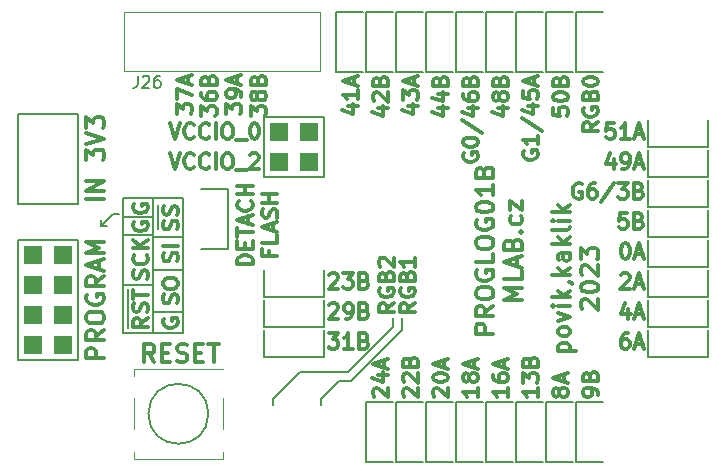
<source format=gbr>
%TF.GenerationSoftware,KiCad,Pcbnew,6.0.11+dfsg-1~bpo11+1*%
%TF.CreationDate,2023-07-05T00:35:24+00:00*%
%TF.ProjectId,PROGLOG01,50524f47-4c4f-4473-9031-2e6b69636164,B*%
%TF.SameCoordinates,Original*%
%TF.FileFunction,Legend,Top*%
%TF.FilePolarity,Positive*%
%FSLAX46Y46*%
G04 Gerber Fmt 4.6, Leading zero omitted, Abs format (unit mm)*
G04 Created by KiCad (PCBNEW 6.0.11+dfsg-1~bpo11+1) date 2023-07-05 00:35:24*
%MOMM*%
%LPD*%
G01*
G04 APERTURE LIST*
%ADD10C,0.200000*%
%ADD11C,0.300000*%
%ADD12C,0.150000*%
%ADD13C,0.120000*%
%ADD14C,0.127000*%
%ADD15R,1.524000X1.524000*%
G04 APERTURE END LIST*
D10*
X169926000Y-125730000D02*
X167386000Y-125730000D01*
X190246000Y-129286000D02*
X190246000Y-128524000D01*
X182626000Y-133096000D02*
X182372000Y-133096000D01*
X186436000Y-133096000D02*
X190246000Y-129286000D01*
X182626000Y-133096000D02*
X186182000Y-133096000D01*
X172466000Y-124460000D02*
X169926000Y-124460000D01*
X172466000Y-118364000D02*
X169926000Y-118364000D01*
X169926000Y-118364000D02*
X167386000Y-118364000D01*
X167767000Y-129413000D02*
X167767000Y-126111000D01*
X186690000Y-133858000D02*
X191008000Y-129540000D01*
X191008000Y-129540000D02*
X191008000Y-128524000D01*
X169926000Y-129794000D02*
X169926000Y-118364000D01*
X170307000Y-121031000D02*
X170307000Y-118999000D01*
X186182000Y-133096000D02*
X186436000Y-133096000D01*
X185674000Y-133858000D02*
X184150000Y-135382000D01*
X167386000Y-129794000D02*
X172466000Y-129794000D01*
X169926000Y-120015000D02*
X167386000Y-120015000D01*
X172466000Y-129794000D02*
X172466000Y-118364000D01*
X165481000Y-120777000D02*
X165989000Y-120777000D01*
X166497000Y-119761000D02*
X165481000Y-120777000D01*
X182372000Y-133096000D02*
X180086000Y-135382000D01*
X184150000Y-135382000D02*
X184150000Y-135890000D01*
X165481000Y-120396000D02*
X165481000Y-120269000D01*
X166497000Y-119761000D02*
X167005000Y-119761000D01*
X165989000Y-120777000D02*
X165481000Y-120777000D01*
X167386000Y-118364000D02*
X167386000Y-129794000D01*
X180086000Y-135382000D02*
X180086000Y-135890000D01*
X172466000Y-128016000D02*
X169926000Y-128016000D01*
X185674000Y-133858000D02*
X186690000Y-133858000D01*
X172466000Y-121666000D02*
X169926000Y-121666000D01*
X165481000Y-120777000D02*
X165481000Y-120396000D01*
X169926000Y-121539000D02*
X167386000Y-121539000D01*
D11*
X199111428Y-110800523D02*
X199978095Y-110800523D01*
X198616190Y-111110047D02*
X199544761Y-111419571D01*
X199544761Y-110614809D01*
X199235238Y-109933857D02*
X199173333Y-110057666D01*
X199111428Y-110119571D01*
X198987619Y-110181476D01*
X198925714Y-110181476D01*
X198801904Y-110119571D01*
X198740000Y-110057666D01*
X198678095Y-109933857D01*
X198678095Y-109686238D01*
X198740000Y-109562428D01*
X198801904Y-109500523D01*
X198925714Y-109438619D01*
X198987619Y-109438619D01*
X199111428Y-109500523D01*
X199173333Y-109562428D01*
X199235238Y-109686238D01*
X199235238Y-109933857D01*
X199297142Y-110057666D01*
X199359047Y-110119571D01*
X199482857Y-110181476D01*
X199730476Y-110181476D01*
X199854285Y-110119571D01*
X199916190Y-110057666D01*
X199978095Y-109933857D01*
X199978095Y-109686238D01*
X199916190Y-109562428D01*
X199854285Y-109500523D01*
X199730476Y-109438619D01*
X199482857Y-109438619D01*
X199359047Y-109500523D01*
X199297142Y-109562428D01*
X199235238Y-109686238D01*
X199297142Y-108448142D02*
X199359047Y-108262428D01*
X199420952Y-108200523D01*
X199544761Y-108138619D01*
X199730476Y-108138619D01*
X199854285Y-108200523D01*
X199916190Y-108262428D01*
X199978095Y-108386238D01*
X199978095Y-108881476D01*
X198678095Y-108881476D01*
X198678095Y-108448142D01*
X198740000Y-108324333D01*
X198801904Y-108262428D01*
X198925714Y-108200523D01*
X199049523Y-108200523D01*
X199173333Y-108262428D01*
X199235238Y-108324333D01*
X199297142Y-108448142D01*
X199297142Y-108881476D01*
X204211071Y-131364857D02*
X205711071Y-131364857D01*
X204282500Y-131364857D02*
X204211071Y-131222000D01*
X204211071Y-130936285D01*
X204282500Y-130793428D01*
X204353928Y-130722000D01*
X204496785Y-130650571D01*
X204925357Y-130650571D01*
X205068214Y-130722000D01*
X205139642Y-130793428D01*
X205211071Y-130936285D01*
X205211071Y-131222000D01*
X205139642Y-131364857D01*
X205211071Y-129793428D02*
X205139642Y-129936285D01*
X205068214Y-130007714D01*
X204925357Y-130079142D01*
X204496785Y-130079142D01*
X204353928Y-130007714D01*
X204282500Y-129936285D01*
X204211071Y-129793428D01*
X204211071Y-129579142D01*
X204282500Y-129436285D01*
X204353928Y-129364857D01*
X204496785Y-129293428D01*
X204925357Y-129293428D01*
X205068214Y-129364857D01*
X205139642Y-129436285D01*
X205211071Y-129579142D01*
X205211071Y-129793428D01*
X204211071Y-128793428D02*
X205211071Y-128436285D01*
X204211071Y-128079142D01*
X205211071Y-127507714D02*
X204211071Y-127507714D01*
X203711071Y-127507714D02*
X203782500Y-127579142D01*
X203853928Y-127507714D01*
X203782500Y-127436285D01*
X203711071Y-127507714D01*
X203853928Y-127507714D01*
X205211071Y-126793428D02*
X203711071Y-126793428D01*
X204639642Y-126650571D02*
X205211071Y-126222000D01*
X204211071Y-126222000D02*
X204782500Y-126793428D01*
X205139642Y-125507714D02*
X205211071Y-125507714D01*
X205353928Y-125579142D01*
X205425357Y-125650571D01*
X205211071Y-124864857D02*
X203711071Y-124864857D01*
X204639642Y-124722000D02*
X205211071Y-124293428D01*
X204211071Y-124293428D02*
X204782500Y-124864857D01*
X205211071Y-123007714D02*
X204425357Y-123007714D01*
X204282500Y-123079142D01*
X204211071Y-123222000D01*
X204211071Y-123507714D01*
X204282500Y-123650571D01*
X205139642Y-123007714D02*
X205211071Y-123150571D01*
X205211071Y-123507714D01*
X205139642Y-123650571D01*
X204996785Y-123722000D01*
X204853928Y-123722000D01*
X204711071Y-123650571D01*
X204639642Y-123507714D01*
X204639642Y-123150571D01*
X204568214Y-123007714D01*
X205211071Y-122293428D02*
X203711071Y-122293428D01*
X204639642Y-122150571D02*
X205211071Y-121722000D01*
X204211071Y-121722000D02*
X204782500Y-122293428D01*
X205211071Y-120864857D02*
X205139642Y-121007714D01*
X204996785Y-121079142D01*
X203711071Y-121079142D01*
X205211071Y-120293428D02*
X204211071Y-120293428D01*
X203711071Y-120293428D02*
X203782500Y-120364857D01*
X203853928Y-120293428D01*
X203782500Y-120222000D01*
X203711071Y-120293428D01*
X203853928Y-120293428D01*
X205211071Y-119579142D02*
X203711071Y-119579142D01*
X204639642Y-119436285D02*
X205211071Y-119007714D01*
X204211071Y-119007714D02*
X204782500Y-119579142D01*
X206268928Y-127793428D02*
X206197500Y-127722000D01*
X206126071Y-127579142D01*
X206126071Y-127222000D01*
X206197500Y-127079142D01*
X206268928Y-127007714D01*
X206411785Y-126936285D01*
X206554642Y-126936285D01*
X206768928Y-127007714D01*
X207626071Y-127864857D01*
X207626071Y-126936285D01*
X206126071Y-126007714D02*
X206126071Y-125864857D01*
X206197500Y-125722000D01*
X206268928Y-125650571D01*
X206411785Y-125579142D01*
X206697500Y-125507714D01*
X207054642Y-125507714D01*
X207340357Y-125579142D01*
X207483214Y-125650571D01*
X207554642Y-125722000D01*
X207626071Y-125864857D01*
X207626071Y-126007714D01*
X207554642Y-126150571D01*
X207483214Y-126222000D01*
X207340357Y-126293428D01*
X207054642Y-126364857D01*
X206697500Y-126364857D01*
X206411785Y-126293428D01*
X206268928Y-126222000D01*
X206197500Y-126150571D01*
X206126071Y-126007714D01*
X206268928Y-124936285D02*
X206197500Y-124864857D01*
X206126071Y-124722000D01*
X206126071Y-124364857D01*
X206197500Y-124222000D01*
X206268928Y-124150571D01*
X206411785Y-124079142D01*
X206554642Y-124079142D01*
X206768928Y-124150571D01*
X207626071Y-125007714D01*
X207626071Y-124079142D01*
X206126071Y-123579142D02*
X206126071Y-122650571D01*
X206697500Y-123150571D01*
X206697500Y-122936285D01*
X206768928Y-122793428D01*
X206840357Y-122722000D01*
X206983214Y-122650571D01*
X207340357Y-122650571D01*
X207483214Y-122722000D01*
X207554642Y-122793428D01*
X207626071Y-122936285D01*
X207626071Y-123364857D01*
X207554642Y-123507714D01*
X207483214Y-123579142D01*
X208979095Y-112064095D02*
X208360047Y-112064095D01*
X208298142Y-112683142D01*
X208360047Y-112621238D01*
X208483857Y-112559333D01*
X208793380Y-112559333D01*
X208917190Y-112621238D01*
X208979095Y-112683142D01*
X209041000Y-112806952D01*
X209041000Y-113116476D01*
X208979095Y-113240285D01*
X208917190Y-113302190D01*
X208793380Y-113364095D01*
X208483857Y-113364095D01*
X208360047Y-113302190D01*
X208298142Y-113240285D01*
X210279095Y-113364095D02*
X209536238Y-113364095D01*
X209907666Y-113364095D02*
X209907666Y-112064095D01*
X209783857Y-112249809D01*
X209660047Y-112373619D01*
X209536238Y-112435523D01*
X210774333Y-112992666D02*
X211393380Y-112992666D01*
X210650523Y-113364095D02*
X211083857Y-112064095D01*
X211517190Y-113364095D01*
X184784714Y-129844095D02*
X185589476Y-129844095D01*
X185156142Y-130339333D01*
X185341857Y-130339333D01*
X185465666Y-130401238D01*
X185527571Y-130463142D01*
X185589476Y-130586952D01*
X185589476Y-130896476D01*
X185527571Y-131020285D01*
X185465666Y-131082190D01*
X185341857Y-131144095D01*
X184970428Y-131144095D01*
X184846619Y-131082190D01*
X184784714Y-131020285D01*
X186827571Y-131144095D02*
X186084714Y-131144095D01*
X186456142Y-131144095D02*
X186456142Y-129844095D01*
X186332333Y-130029809D01*
X186208523Y-130153619D01*
X186084714Y-130215523D01*
X187818047Y-130463142D02*
X188003761Y-130525047D01*
X188065666Y-130586952D01*
X188127571Y-130710761D01*
X188127571Y-130896476D01*
X188065666Y-131020285D01*
X188003761Y-131082190D01*
X187879952Y-131144095D01*
X187384714Y-131144095D01*
X187384714Y-129844095D01*
X187818047Y-129844095D01*
X187941857Y-129906000D01*
X188003761Y-129967904D01*
X188065666Y-130091714D01*
X188065666Y-130215523D01*
X188003761Y-130339333D01*
X187941857Y-130401238D01*
X187818047Y-130463142D01*
X187384714Y-130463142D01*
X210031476Y-119684095D02*
X209412428Y-119684095D01*
X209350523Y-120303142D01*
X209412428Y-120241238D01*
X209536238Y-120179333D01*
X209845761Y-120179333D01*
X209969571Y-120241238D01*
X210031476Y-120303142D01*
X210093380Y-120426952D01*
X210093380Y-120736476D01*
X210031476Y-120860285D01*
X209969571Y-120922190D01*
X209845761Y-120984095D01*
X209536238Y-120984095D01*
X209412428Y-120922190D01*
X209350523Y-120860285D01*
X211083857Y-120303142D02*
X211269571Y-120365047D01*
X211331476Y-120426952D01*
X211393380Y-120550761D01*
X211393380Y-120736476D01*
X211331476Y-120860285D01*
X211269571Y-120922190D01*
X211145761Y-120984095D01*
X210650523Y-120984095D01*
X210650523Y-119684095D01*
X211083857Y-119684095D01*
X211207666Y-119746000D01*
X211269571Y-119807904D01*
X211331476Y-119931714D01*
X211331476Y-120055523D01*
X211269571Y-120179333D01*
X211207666Y-120241238D01*
X211083857Y-120303142D01*
X210650523Y-120303142D01*
X210155285Y-129844095D02*
X209907666Y-129844095D01*
X209783857Y-129906000D01*
X209721952Y-129967904D01*
X209598142Y-130153619D01*
X209536238Y-130401238D01*
X209536238Y-130896476D01*
X209598142Y-131020285D01*
X209660047Y-131082190D01*
X209783857Y-131144095D01*
X210031476Y-131144095D01*
X210155285Y-131082190D01*
X210217190Y-131020285D01*
X210279095Y-130896476D01*
X210279095Y-130586952D01*
X210217190Y-130463142D01*
X210155285Y-130401238D01*
X210031476Y-130339333D01*
X209783857Y-130339333D01*
X209660047Y-130401238D01*
X209598142Y-130463142D01*
X209536238Y-130586952D01*
X210774333Y-130772666D02*
X211393380Y-130772666D01*
X210650523Y-131144095D02*
X211083857Y-129844095D01*
X211517190Y-131144095D01*
X184846619Y-124887904D02*
X184908523Y-124826000D01*
X185032333Y-124764095D01*
X185341857Y-124764095D01*
X185465666Y-124826000D01*
X185527571Y-124887904D01*
X185589476Y-125011714D01*
X185589476Y-125135523D01*
X185527571Y-125321238D01*
X184784714Y-126064095D01*
X185589476Y-126064095D01*
X186022809Y-124764095D02*
X186827571Y-124764095D01*
X186394238Y-125259333D01*
X186579952Y-125259333D01*
X186703761Y-125321238D01*
X186765666Y-125383142D01*
X186827571Y-125506952D01*
X186827571Y-125816476D01*
X186765666Y-125940285D01*
X186703761Y-126002190D01*
X186579952Y-126064095D01*
X186208523Y-126064095D01*
X186084714Y-126002190D01*
X186022809Y-125940285D01*
X187818047Y-125383142D02*
X188003761Y-125445047D01*
X188065666Y-125506952D01*
X188127571Y-125630761D01*
X188127571Y-125816476D01*
X188065666Y-125940285D01*
X188003761Y-126002190D01*
X187879952Y-126064095D01*
X187384714Y-126064095D01*
X187384714Y-124764095D01*
X187818047Y-124764095D01*
X187941857Y-124826000D01*
X188003761Y-124887904D01*
X188065666Y-125011714D01*
X188065666Y-125135523D01*
X188003761Y-125259333D01*
X187941857Y-125321238D01*
X187818047Y-125383142D01*
X187384714Y-125383142D01*
X191491428Y-110614809D02*
X192358095Y-110614809D01*
X190996190Y-110924333D02*
X191924761Y-111233857D01*
X191924761Y-110429095D01*
X191058095Y-110057666D02*
X191058095Y-109252904D01*
X191553333Y-109686238D01*
X191553333Y-109500523D01*
X191615238Y-109376714D01*
X191677142Y-109314809D01*
X191800952Y-109252904D01*
X192110476Y-109252904D01*
X192234285Y-109314809D01*
X192296190Y-109376714D01*
X192358095Y-109500523D01*
X192358095Y-109871952D01*
X192296190Y-109995761D01*
X192234285Y-110057666D01*
X191986666Y-108757666D02*
X191986666Y-108138619D01*
X192358095Y-108881476D02*
X191058095Y-108448142D01*
X192358095Y-108014809D01*
X165778571Y-131928571D02*
X164278571Y-131928571D01*
X164278571Y-131357142D01*
X164350000Y-131214285D01*
X164421428Y-131142857D01*
X164564285Y-131071428D01*
X164778571Y-131071428D01*
X164921428Y-131142857D01*
X164992857Y-131214285D01*
X165064285Y-131357142D01*
X165064285Y-131928571D01*
X165778571Y-129571428D02*
X165064285Y-130071428D01*
X165778571Y-130428571D02*
X164278571Y-130428571D01*
X164278571Y-129857142D01*
X164350000Y-129714285D01*
X164421428Y-129642857D01*
X164564285Y-129571428D01*
X164778571Y-129571428D01*
X164921428Y-129642857D01*
X164992857Y-129714285D01*
X165064285Y-129857142D01*
X165064285Y-130428571D01*
X164278571Y-128642857D02*
X164278571Y-128357142D01*
X164350000Y-128214285D01*
X164492857Y-128071428D01*
X164778571Y-128000000D01*
X165278571Y-128000000D01*
X165564285Y-128071428D01*
X165707142Y-128214285D01*
X165778571Y-128357142D01*
X165778571Y-128642857D01*
X165707142Y-128785714D01*
X165564285Y-128928571D01*
X165278571Y-129000000D01*
X164778571Y-129000000D01*
X164492857Y-128928571D01*
X164350000Y-128785714D01*
X164278571Y-128642857D01*
X164350000Y-126571428D02*
X164278571Y-126714285D01*
X164278571Y-126928571D01*
X164350000Y-127142857D01*
X164492857Y-127285714D01*
X164635714Y-127357142D01*
X164921428Y-127428571D01*
X165135714Y-127428571D01*
X165421428Y-127357142D01*
X165564285Y-127285714D01*
X165707142Y-127142857D01*
X165778571Y-126928571D01*
X165778571Y-126785714D01*
X165707142Y-126571428D01*
X165635714Y-126500000D01*
X165135714Y-126500000D01*
X165135714Y-126785714D01*
X165778571Y-125000000D02*
X165064285Y-125500000D01*
X165778571Y-125857142D02*
X164278571Y-125857142D01*
X164278571Y-125285714D01*
X164350000Y-125142857D01*
X164421428Y-125071428D01*
X164564285Y-125000000D01*
X164778571Y-125000000D01*
X164921428Y-125071428D01*
X164992857Y-125142857D01*
X165064285Y-125285714D01*
X165064285Y-125857142D01*
X165350000Y-124428571D02*
X165350000Y-123714285D01*
X165778571Y-124571428D02*
X164278571Y-124071428D01*
X165778571Y-123571428D01*
X165778571Y-123071428D02*
X164278571Y-123071428D01*
X165350000Y-122571428D01*
X164278571Y-122071428D01*
X165778571Y-122071428D01*
X171916595Y-111232261D02*
X171916595Y-110427500D01*
X172411833Y-110860833D01*
X172411833Y-110675119D01*
X172473738Y-110551309D01*
X172535642Y-110489404D01*
X172659452Y-110427500D01*
X172968976Y-110427500D01*
X173092785Y-110489404D01*
X173154690Y-110551309D01*
X173216595Y-110675119D01*
X173216595Y-111046547D01*
X173154690Y-111170357D01*
X173092785Y-111232261D01*
X171916595Y-109994166D02*
X171916595Y-109127500D01*
X173216595Y-109684642D01*
X172845166Y-108694166D02*
X172845166Y-108075119D01*
X173216595Y-108817976D02*
X171916595Y-108384642D01*
X173216595Y-107951309D01*
X174009595Y-111417976D02*
X174009595Y-110613214D01*
X174504833Y-111046547D01*
X174504833Y-110860833D01*
X174566738Y-110737023D01*
X174628642Y-110675119D01*
X174752452Y-110613214D01*
X175061976Y-110613214D01*
X175185785Y-110675119D01*
X175247690Y-110737023D01*
X175309595Y-110860833D01*
X175309595Y-111232261D01*
X175247690Y-111356071D01*
X175185785Y-111417976D01*
X174009595Y-109498928D02*
X174009595Y-109746547D01*
X174071500Y-109870357D01*
X174133404Y-109932261D01*
X174319119Y-110056071D01*
X174566738Y-110117976D01*
X175061976Y-110117976D01*
X175185785Y-110056071D01*
X175247690Y-109994166D01*
X175309595Y-109870357D01*
X175309595Y-109622738D01*
X175247690Y-109498928D01*
X175185785Y-109437023D01*
X175061976Y-109375119D01*
X174752452Y-109375119D01*
X174628642Y-109437023D01*
X174566738Y-109498928D01*
X174504833Y-109622738D01*
X174504833Y-109870357D01*
X174566738Y-109994166D01*
X174628642Y-110056071D01*
X174752452Y-110117976D01*
X174628642Y-108384642D02*
X174690547Y-108198928D01*
X174752452Y-108137023D01*
X174876261Y-108075119D01*
X175061976Y-108075119D01*
X175185785Y-108137023D01*
X175247690Y-108198928D01*
X175309595Y-108322738D01*
X175309595Y-108817976D01*
X174009595Y-108817976D01*
X174009595Y-108384642D01*
X174071500Y-108260833D01*
X174133404Y-108198928D01*
X174257214Y-108137023D01*
X174381023Y-108137023D01*
X174504833Y-108198928D01*
X174566738Y-108260833D01*
X174628642Y-108384642D01*
X174628642Y-108817976D01*
X176102595Y-111232261D02*
X176102595Y-110427500D01*
X176597833Y-110860833D01*
X176597833Y-110675119D01*
X176659738Y-110551309D01*
X176721642Y-110489404D01*
X176845452Y-110427500D01*
X177154976Y-110427500D01*
X177278785Y-110489404D01*
X177340690Y-110551309D01*
X177402595Y-110675119D01*
X177402595Y-111046547D01*
X177340690Y-111170357D01*
X177278785Y-111232261D01*
X177402595Y-109808452D02*
X177402595Y-109560833D01*
X177340690Y-109437023D01*
X177278785Y-109375119D01*
X177093071Y-109251309D01*
X176845452Y-109189404D01*
X176350214Y-109189404D01*
X176226404Y-109251309D01*
X176164500Y-109313214D01*
X176102595Y-109437023D01*
X176102595Y-109684642D01*
X176164500Y-109808452D01*
X176226404Y-109870357D01*
X176350214Y-109932261D01*
X176659738Y-109932261D01*
X176783547Y-109870357D01*
X176845452Y-109808452D01*
X176907357Y-109684642D01*
X176907357Y-109437023D01*
X176845452Y-109313214D01*
X176783547Y-109251309D01*
X176659738Y-109189404D01*
X177031166Y-108694166D02*
X177031166Y-108075119D01*
X177402595Y-108817976D02*
X176102595Y-108384642D01*
X177402595Y-107951309D01*
X178195595Y-111417976D02*
X178195595Y-110613214D01*
X178690833Y-111046547D01*
X178690833Y-110860833D01*
X178752738Y-110737023D01*
X178814642Y-110675119D01*
X178938452Y-110613214D01*
X179247976Y-110613214D01*
X179371785Y-110675119D01*
X179433690Y-110737023D01*
X179495595Y-110860833D01*
X179495595Y-111232261D01*
X179433690Y-111356071D01*
X179371785Y-111417976D01*
X178752738Y-109870357D02*
X178690833Y-109994166D01*
X178628928Y-110056071D01*
X178505119Y-110117976D01*
X178443214Y-110117976D01*
X178319404Y-110056071D01*
X178257500Y-109994166D01*
X178195595Y-109870357D01*
X178195595Y-109622738D01*
X178257500Y-109498928D01*
X178319404Y-109437023D01*
X178443214Y-109375119D01*
X178505119Y-109375119D01*
X178628928Y-109437023D01*
X178690833Y-109498928D01*
X178752738Y-109622738D01*
X178752738Y-109870357D01*
X178814642Y-109994166D01*
X178876547Y-110056071D01*
X179000357Y-110117976D01*
X179247976Y-110117976D01*
X179371785Y-110056071D01*
X179433690Y-109994166D01*
X179495595Y-109870357D01*
X179495595Y-109622738D01*
X179433690Y-109498928D01*
X179371785Y-109437023D01*
X179247976Y-109375119D01*
X179000357Y-109375119D01*
X178876547Y-109437023D01*
X178814642Y-109498928D01*
X178752738Y-109622738D01*
X178814642Y-108384642D02*
X178876547Y-108198928D01*
X178938452Y-108137023D01*
X179062261Y-108075119D01*
X179247976Y-108075119D01*
X179371785Y-108137023D01*
X179433690Y-108198928D01*
X179495595Y-108322738D01*
X179495595Y-108817976D01*
X178195595Y-108817976D01*
X178195595Y-108384642D01*
X178257500Y-108260833D01*
X178319404Y-108198928D01*
X178443214Y-108137023D01*
X178567023Y-108137023D01*
X178690833Y-108198928D01*
X178752738Y-108260833D01*
X178814642Y-108384642D01*
X178814642Y-108817976D01*
X188641904Y-135193380D02*
X188580000Y-135131476D01*
X188518095Y-135007666D01*
X188518095Y-134698142D01*
X188580000Y-134574333D01*
X188641904Y-134512428D01*
X188765714Y-134450523D01*
X188889523Y-134450523D01*
X189075238Y-134512428D01*
X189818095Y-135255285D01*
X189818095Y-134450523D01*
X188951428Y-133336238D02*
X189818095Y-133336238D01*
X188456190Y-133645761D02*
X189384761Y-133955285D01*
X189384761Y-133150523D01*
X189446666Y-132717190D02*
X189446666Y-132098142D01*
X189818095Y-132841000D02*
X188518095Y-132407666D01*
X189818095Y-131974333D01*
X204315238Y-134945761D02*
X204253333Y-135069571D01*
X204191428Y-135131476D01*
X204067619Y-135193380D01*
X204005714Y-135193380D01*
X203881904Y-135131476D01*
X203820000Y-135069571D01*
X203758095Y-134945761D01*
X203758095Y-134698142D01*
X203820000Y-134574333D01*
X203881904Y-134512428D01*
X204005714Y-134450523D01*
X204067619Y-134450523D01*
X204191428Y-134512428D01*
X204253333Y-134574333D01*
X204315238Y-134698142D01*
X204315238Y-134945761D01*
X204377142Y-135069571D01*
X204439047Y-135131476D01*
X204562857Y-135193380D01*
X204810476Y-135193380D01*
X204934285Y-135131476D01*
X204996190Y-135069571D01*
X205058095Y-134945761D01*
X205058095Y-134698142D01*
X204996190Y-134574333D01*
X204934285Y-134512428D01*
X204810476Y-134450523D01*
X204562857Y-134450523D01*
X204439047Y-134512428D01*
X204377142Y-134574333D01*
X204315238Y-134698142D01*
X204686666Y-133955285D02*
X204686666Y-133336238D01*
X205058095Y-134079095D02*
X203758095Y-133645761D01*
X205058095Y-133212428D01*
X209536238Y-124887904D02*
X209598142Y-124826000D01*
X209721952Y-124764095D01*
X210031476Y-124764095D01*
X210155285Y-124826000D01*
X210217190Y-124887904D01*
X210279095Y-125011714D01*
X210279095Y-125135523D01*
X210217190Y-125321238D01*
X209474333Y-126064095D01*
X210279095Y-126064095D01*
X210774333Y-125692666D02*
X211393380Y-125692666D01*
X210650523Y-126064095D02*
X211083857Y-124764095D01*
X211517190Y-126064095D01*
X171976190Y-123743952D02*
X172038095Y-123558238D01*
X172038095Y-123248714D01*
X171976190Y-123124904D01*
X171914285Y-123063000D01*
X171790476Y-123001095D01*
X171666666Y-123001095D01*
X171542857Y-123063000D01*
X171480952Y-123124904D01*
X171419047Y-123248714D01*
X171357142Y-123496333D01*
X171295238Y-123620142D01*
X171233333Y-123682047D01*
X171109523Y-123743952D01*
X170985714Y-123743952D01*
X170861904Y-123682047D01*
X170800000Y-123620142D01*
X170738095Y-123496333D01*
X170738095Y-123186809D01*
X170800000Y-123001095D01*
X172038095Y-122443952D02*
X170738095Y-122443952D01*
X171329000Y-112064095D02*
X171762333Y-113364095D01*
X172195666Y-112064095D01*
X173371857Y-113240285D02*
X173309952Y-113302190D01*
X173124238Y-113364095D01*
X173000428Y-113364095D01*
X172814714Y-113302190D01*
X172690904Y-113178380D01*
X172629000Y-113054571D01*
X172567095Y-112806952D01*
X172567095Y-112621238D01*
X172629000Y-112373619D01*
X172690904Y-112249809D01*
X172814714Y-112126000D01*
X173000428Y-112064095D01*
X173124238Y-112064095D01*
X173309952Y-112126000D01*
X173371857Y-112187904D01*
X174671857Y-113240285D02*
X174609952Y-113302190D01*
X174424238Y-113364095D01*
X174300428Y-113364095D01*
X174114714Y-113302190D01*
X173990904Y-113178380D01*
X173929000Y-113054571D01*
X173867095Y-112806952D01*
X173867095Y-112621238D01*
X173929000Y-112373619D01*
X173990904Y-112249809D01*
X174114714Y-112126000D01*
X174300428Y-112064095D01*
X174424238Y-112064095D01*
X174609952Y-112126000D01*
X174671857Y-112187904D01*
X175229000Y-113364095D02*
X175229000Y-112064095D01*
X176095666Y-112064095D02*
X176343285Y-112064095D01*
X176467095Y-112126000D01*
X176590904Y-112249809D01*
X176652809Y-112497428D01*
X176652809Y-112930761D01*
X176590904Y-113178380D01*
X176467095Y-113302190D01*
X176343285Y-113364095D01*
X176095666Y-113364095D01*
X175971857Y-113302190D01*
X175848047Y-113178380D01*
X175786142Y-112930761D01*
X175786142Y-112497428D01*
X175848047Y-112249809D01*
X175971857Y-112126000D01*
X176095666Y-112064095D01*
X176900428Y-113487904D02*
X177890904Y-113487904D01*
X178448047Y-112064095D02*
X178571857Y-112064095D01*
X178695666Y-112126000D01*
X178757571Y-112187904D01*
X178819476Y-112311714D01*
X178881380Y-112559333D01*
X178881380Y-112868857D01*
X178819476Y-113116476D01*
X178757571Y-113240285D01*
X178695666Y-113302190D01*
X178571857Y-113364095D01*
X178448047Y-113364095D01*
X178324238Y-113302190D01*
X178262333Y-113240285D01*
X178200428Y-113116476D01*
X178138523Y-112868857D01*
X178138523Y-112559333D01*
X178200428Y-112311714D01*
X178262333Y-112187904D01*
X178324238Y-112126000D01*
X178448047Y-112064095D01*
X165778571Y-118490571D02*
X164278571Y-118490571D01*
X165778571Y-117776285D02*
X164278571Y-117776285D01*
X165778571Y-116919142D01*
X164278571Y-116919142D01*
X164278571Y-115204857D02*
X164278571Y-114276285D01*
X164850000Y-114776285D01*
X164850000Y-114562000D01*
X164921428Y-114419142D01*
X164992857Y-114347714D01*
X165135714Y-114276285D01*
X165492857Y-114276285D01*
X165635714Y-114347714D01*
X165707142Y-114419142D01*
X165778571Y-114562000D01*
X165778571Y-114990571D01*
X165707142Y-115133428D01*
X165635714Y-115204857D01*
X164278571Y-113847714D02*
X165778571Y-113347714D01*
X164278571Y-112847714D01*
X164278571Y-112490571D02*
X164278571Y-111562000D01*
X164850000Y-112062000D01*
X164850000Y-111847714D01*
X164921428Y-111704857D01*
X164992857Y-111633428D01*
X165135714Y-111562000D01*
X165492857Y-111562000D01*
X165635714Y-111633428D01*
X165707142Y-111704857D01*
X165778571Y-111847714D01*
X165778571Y-112276285D01*
X165707142Y-112419142D01*
X165635714Y-112490571D01*
X207598095Y-111976714D02*
X206979047Y-112410047D01*
X207598095Y-112719571D02*
X206298095Y-112719571D01*
X206298095Y-112224333D01*
X206360000Y-112100523D01*
X206421904Y-112038619D01*
X206545714Y-111976714D01*
X206731428Y-111976714D01*
X206855238Y-112038619D01*
X206917142Y-112100523D01*
X206979047Y-112224333D01*
X206979047Y-112719571D01*
X206360000Y-110738619D02*
X206298095Y-110862428D01*
X206298095Y-111048142D01*
X206360000Y-111233857D01*
X206483809Y-111357666D01*
X206607619Y-111419571D01*
X206855238Y-111481476D01*
X207040952Y-111481476D01*
X207288571Y-111419571D01*
X207412380Y-111357666D01*
X207536190Y-111233857D01*
X207598095Y-111048142D01*
X207598095Y-110924333D01*
X207536190Y-110738619D01*
X207474285Y-110676714D01*
X207040952Y-110676714D01*
X207040952Y-110924333D01*
X206917142Y-109686238D02*
X206979047Y-109500523D01*
X207040952Y-109438619D01*
X207164761Y-109376714D01*
X207350476Y-109376714D01*
X207474285Y-109438619D01*
X207536190Y-109500523D01*
X207598095Y-109624333D01*
X207598095Y-110119571D01*
X206298095Y-110119571D01*
X206298095Y-109686238D01*
X206360000Y-109562428D01*
X206421904Y-109500523D01*
X206545714Y-109438619D01*
X206669523Y-109438619D01*
X206793333Y-109500523D01*
X206855238Y-109562428D01*
X206917142Y-109686238D01*
X206917142Y-110119571D01*
X206298095Y-108571952D02*
X206298095Y-108448142D01*
X206360000Y-108324333D01*
X206421904Y-108262428D01*
X206545714Y-108200523D01*
X206793333Y-108138619D01*
X207102857Y-108138619D01*
X207350476Y-108200523D01*
X207474285Y-108262428D01*
X207536190Y-108324333D01*
X207598095Y-108448142D01*
X207598095Y-108571952D01*
X207536190Y-108695761D01*
X207474285Y-108757666D01*
X207350476Y-108819571D01*
X207102857Y-108881476D01*
X206793333Y-108881476D01*
X206545714Y-108819571D01*
X206421904Y-108757666D01*
X206360000Y-108695761D01*
X206298095Y-108571952D01*
X199978095Y-134450523D02*
X199978095Y-135193380D01*
X199978095Y-134821952D02*
X198678095Y-134821952D01*
X198863809Y-134945761D01*
X198987619Y-135069571D01*
X199049523Y-135193380D01*
X198678095Y-133336238D02*
X198678095Y-133583857D01*
X198740000Y-133707666D01*
X198801904Y-133769571D01*
X198987619Y-133893380D01*
X199235238Y-133955285D01*
X199730476Y-133955285D01*
X199854285Y-133893380D01*
X199916190Y-133831476D01*
X199978095Y-133707666D01*
X199978095Y-133460047D01*
X199916190Y-133336238D01*
X199854285Y-133274333D01*
X199730476Y-133212428D01*
X199420952Y-133212428D01*
X199297142Y-133274333D01*
X199235238Y-133336238D01*
X199173333Y-133460047D01*
X199173333Y-133707666D01*
X199235238Y-133831476D01*
X199297142Y-133893380D01*
X199420952Y-133955285D01*
X199606666Y-132717190D02*
X199606666Y-132098142D01*
X199978095Y-132841000D02*
X198678095Y-132407666D01*
X199978095Y-131974333D01*
X207598095Y-135069571D02*
X207598095Y-134821952D01*
X207536190Y-134698142D01*
X207474285Y-134636238D01*
X207288571Y-134512428D01*
X207040952Y-134450523D01*
X206545714Y-134450523D01*
X206421904Y-134512428D01*
X206360000Y-134574333D01*
X206298095Y-134698142D01*
X206298095Y-134945761D01*
X206360000Y-135069571D01*
X206421904Y-135131476D01*
X206545714Y-135193380D01*
X206855238Y-135193380D01*
X206979047Y-135131476D01*
X207040952Y-135069571D01*
X207102857Y-134945761D01*
X207102857Y-134698142D01*
X207040952Y-134574333D01*
X206979047Y-134512428D01*
X206855238Y-134450523D01*
X206917142Y-133460047D02*
X206979047Y-133274333D01*
X207040952Y-133212428D01*
X207164761Y-133150523D01*
X207350476Y-133150523D01*
X207474285Y-133212428D01*
X207536190Y-133274333D01*
X207598095Y-133398142D01*
X207598095Y-133893380D01*
X206298095Y-133893380D01*
X206298095Y-133460047D01*
X206360000Y-133336238D01*
X206421904Y-133274333D01*
X206545714Y-133212428D01*
X206669523Y-133212428D01*
X206793333Y-133274333D01*
X206855238Y-133336238D01*
X206917142Y-133460047D01*
X206917142Y-133893380D01*
X198734071Y-129872500D02*
X197234071Y-129872500D01*
X197234071Y-129301071D01*
X197305500Y-129158214D01*
X197376928Y-129086785D01*
X197519785Y-129015357D01*
X197734071Y-129015357D01*
X197876928Y-129086785D01*
X197948357Y-129158214D01*
X198019785Y-129301071D01*
X198019785Y-129872500D01*
X198734071Y-127515357D02*
X198019785Y-128015357D01*
X198734071Y-128372500D02*
X197234071Y-128372500D01*
X197234071Y-127801071D01*
X197305500Y-127658214D01*
X197376928Y-127586785D01*
X197519785Y-127515357D01*
X197734071Y-127515357D01*
X197876928Y-127586785D01*
X197948357Y-127658214D01*
X198019785Y-127801071D01*
X198019785Y-128372500D01*
X197234071Y-126586785D02*
X197234071Y-126301071D01*
X197305500Y-126158214D01*
X197448357Y-126015357D01*
X197734071Y-125943928D01*
X198234071Y-125943928D01*
X198519785Y-126015357D01*
X198662642Y-126158214D01*
X198734071Y-126301071D01*
X198734071Y-126586785D01*
X198662642Y-126729642D01*
X198519785Y-126872500D01*
X198234071Y-126943928D01*
X197734071Y-126943928D01*
X197448357Y-126872500D01*
X197305500Y-126729642D01*
X197234071Y-126586785D01*
X197305500Y-124515357D02*
X197234071Y-124658214D01*
X197234071Y-124872500D01*
X197305500Y-125086785D01*
X197448357Y-125229642D01*
X197591214Y-125301071D01*
X197876928Y-125372500D01*
X198091214Y-125372500D01*
X198376928Y-125301071D01*
X198519785Y-125229642D01*
X198662642Y-125086785D01*
X198734071Y-124872500D01*
X198734071Y-124729642D01*
X198662642Y-124515357D01*
X198591214Y-124443928D01*
X198091214Y-124443928D01*
X198091214Y-124729642D01*
X198734071Y-123086785D02*
X198734071Y-123801071D01*
X197234071Y-123801071D01*
X197234071Y-122301071D02*
X197234071Y-122015357D01*
X197305500Y-121872500D01*
X197448357Y-121729642D01*
X197734071Y-121658214D01*
X198234071Y-121658214D01*
X198519785Y-121729642D01*
X198662642Y-121872500D01*
X198734071Y-122015357D01*
X198734071Y-122301071D01*
X198662642Y-122443928D01*
X198519785Y-122586785D01*
X198234071Y-122658214D01*
X197734071Y-122658214D01*
X197448357Y-122586785D01*
X197305500Y-122443928D01*
X197234071Y-122301071D01*
X197305500Y-120229642D02*
X197234071Y-120372500D01*
X197234071Y-120586785D01*
X197305500Y-120801071D01*
X197448357Y-120943928D01*
X197591214Y-121015357D01*
X197876928Y-121086785D01*
X198091214Y-121086785D01*
X198376928Y-121015357D01*
X198519785Y-120943928D01*
X198662642Y-120801071D01*
X198734071Y-120586785D01*
X198734071Y-120443928D01*
X198662642Y-120229642D01*
X198591214Y-120158214D01*
X198091214Y-120158214D01*
X198091214Y-120443928D01*
X197234071Y-119229642D02*
X197234071Y-119086785D01*
X197305500Y-118943928D01*
X197376928Y-118872500D01*
X197519785Y-118801071D01*
X197805500Y-118729642D01*
X198162642Y-118729642D01*
X198448357Y-118801071D01*
X198591214Y-118872500D01*
X198662642Y-118943928D01*
X198734071Y-119086785D01*
X198734071Y-119229642D01*
X198662642Y-119372500D01*
X198591214Y-119443928D01*
X198448357Y-119515357D01*
X198162642Y-119586785D01*
X197805500Y-119586785D01*
X197519785Y-119515357D01*
X197376928Y-119443928D01*
X197305500Y-119372500D01*
X197234071Y-119229642D01*
X198734071Y-117301071D02*
X198734071Y-118158214D01*
X198734071Y-117729642D02*
X197234071Y-117729642D01*
X197448357Y-117872500D01*
X197591214Y-118015357D01*
X197662642Y-118158214D01*
X197948357Y-116158214D02*
X198019785Y-115943928D01*
X198091214Y-115872500D01*
X198234071Y-115801071D01*
X198448357Y-115801071D01*
X198591214Y-115872500D01*
X198662642Y-115943928D01*
X198734071Y-116086785D01*
X198734071Y-116658214D01*
X197234071Y-116658214D01*
X197234071Y-116158214D01*
X197305500Y-116015357D01*
X197376928Y-115943928D01*
X197519785Y-115872500D01*
X197662642Y-115872500D01*
X197805500Y-115943928D01*
X197876928Y-116015357D01*
X197948357Y-116158214D01*
X197948357Y-116658214D01*
X201149071Y-126979642D02*
X199649071Y-126979642D01*
X200720500Y-126479642D01*
X199649071Y-125979642D01*
X201149071Y-125979642D01*
X201149071Y-124551071D02*
X201149071Y-125265357D01*
X199649071Y-125265357D01*
X200720500Y-124122500D02*
X200720500Y-123408214D01*
X201149071Y-124265357D02*
X199649071Y-123765357D01*
X201149071Y-123265357D01*
X200363357Y-122265357D02*
X200434785Y-122051071D01*
X200506214Y-121979642D01*
X200649071Y-121908214D01*
X200863357Y-121908214D01*
X201006214Y-121979642D01*
X201077642Y-122051071D01*
X201149071Y-122193928D01*
X201149071Y-122765357D01*
X199649071Y-122765357D01*
X199649071Y-122265357D01*
X199720500Y-122122500D01*
X199791928Y-122051071D01*
X199934785Y-121979642D01*
X200077642Y-121979642D01*
X200220500Y-122051071D01*
X200291928Y-122122500D01*
X200363357Y-122265357D01*
X200363357Y-122765357D01*
X201006214Y-121265357D02*
X201077642Y-121193928D01*
X201149071Y-121265357D01*
X201077642Y-121336785D01*
X201006214Y-121265357D01*
X201149071Y-121265357D01*
X201077642Y-119908214D02*
X201149071Y-120051071D01*
X201149071Y-120336785D01*
X201077642Y-120479642D01*
X201006214Y-120551071D01*
X200863357Y-120622500D01*
X200434785Y-120622500D01*
X200291928Y-120551071D01*
X200220500Y-120479642D01*
X200149071Y-120336785D01*
X200149071Y-120051071D01*
X200220500Y-119908214D01*
X200149071Y-119408214D02*
X200149071Y-118622500D01*
X201149071Y-119408214D01*
X201149071Y-118622500D01*
X197438095Y-134450523D02*
X197438095Y-135193380D01*
X197438095Y-134821952D02*
X196138095Y-134821952D01*
X196323809Y-134945761D01*
X196447619Y-135069571D01*
X196509523Y-135193380D01*
X196695238Y-133707666D02*
X196633333Y-133831476D01*
X196571428Y-133893380D01*
X196447619Y-133955285D01*
X196385714Y-133955285D01*
X196261904Y-133893380D01*
X196200000Y-133831476D01*
X196138095Y-133707666D01*
X196138095Y-133460047D01*
X196200000Y-133336238D01*
X196261904Y-133274333D01*
X196385714Y-133212428D01*
X196447619Y-133212428D01*
X196571428Y-133274333D01*
X196633333Y-133336238D01*
X196695238Y-133460047D01*
X196695238Y-133707666D01*
X196757142Y-133831476D01*
X196819047Y-133893380D01*
X196942857Y-133955285D01*
X197190476Y-133955285D01*
X197314285Y-133893380D01*
X197376190Y-133831476D01*
X197438095Y-133707666D01*
X197438095Y-133460047D01*
X197376190Y-133336238D01*
X197314285Y-133274333D01*
X197190476Y-133212428D01*
X196942857Y-133212428D01*
X196819047Y-133274333D01*
X196757142Y-133336238D01*
X196695238Y-133460047D01*
X197066666Y-132717190D02*
X197066666Y-132098142D01*
X197438095Y-132841000D02*
X196138095Y-132407666D01*
X197438095Y-131974333D01*
X210155285Y-127737428D02*
X210155285Y-128604095D01*
X209845761Y-127242190D02*
X209536238Y-128170761D01*
X210341000Y-128170761D01*
X210774333Y-128232666D02*
X211393380Y-128232666D01*
X210650523Y-128604095D02*
X211083857Y-127304095D01*
X211517190Y-128604095D01*
X171976190Y-127290380D02*
X172038095Y-127104666D01*
X172038095Y-126795142D01*
X171976190Y-126671333D01*
X171914285Y-126609428D01*
X171790476Y-126547523D01*
X171666666Y-126547523D01*
X171542857Y-126609428D01*
X171480952Y-126671333D01*
X171419047Y-126795142D01*
X171357142Y-127042761D01*
X171295238Y-127166571D01*
X171233333Y-127228476D01*
X171109523Y-127290380D01*
X170985714Y-127290380D01*
X170861904Y-127228476D01*
X170800000Y-127166571D01*
X170738095Y-127042761D01*
X170738095Y-126733238D01*
X170800000Y-126547523D01*
X170738095Y-125742761D02*
X170738095Y-125495142D01*
X170800000Y-125371333D01*
X170923809Y-125247523D01*
X171171428Y-125185619D01*
X171604761Y-125185619D01*
X171852380Y-125247523D01*
X171976190Y-125371333D01*
X172038095Y-125495142D01*
X172038095Y-125742761D01*
X171976190Y-125866571D01*
X171852380Y-125990380D01*
X171604761Y-126052285D01*
X171171428Y-126052285D01*
X170923809Y-125990380D01*
X170800000Y-125866571D01*
X170738095Y-125742761D01*
X191181904Y-135193380D02*
X191120000Y-135131476D01*
X191058095Y-135007666D01*
X191058095Y-134698142D01*
X191120000Y-134574333D01*
X191181904Y-134512428D01*
X191305714Y-134450523D01*
X191429523Y-134450523D01*
X191615238Y-134512428D01*
X192358095Y-135255285D01*
X192358095Y-134450523D01*
X191181904Y-133955285D02*
X191120000Y-133893380D01*
X191058095Y-133769571D01*
X191058095Y-133460047D01*
X191120000Y-133336238D01*
X191181904Y-133274333D01*
X191305714Y-133212428D01*
X191429523Y-133212428D01*
X191615238Y-133274333D01*
X192358095Y-134017190D01*
X192358095Y-133212428D01*
X191677142Y-132221952D02*
X191739047Y-132036238D01*
X191800952Y-131974333D01*
X191924761Y-131912428D01*
X192110476Y-131912428D01*
X192234285Y-131974333D01*
X192296190Y-132036238D01*
X192358095Y-132160047D01*
X192358095Y-132655285D01*
X191058095Y-132655285D01*
X191058095Y-132221952D01*
X191120000Y-132098142D01*
X191181904Y-132036238D01*
X191305714Y-131974333D01*
X191429523Y-131974333D01*
X191553333Y-132036238D01*
X191615238Y-132098142D01*
X191677142Y-132221952D01*
X191677142Y-132655285D01*
X178357595Y-123961904D02*
X177057595Y-123961904D01*
X177057595Y-123652380D01*
X177119500Y-123466666D01*
X177243309Y-123342857D01*
X177367119Y-123280952D01*
X177614738Y-123219047D01*
X177800452Y-123219047D01*
X178048071Y-123280952D01*
X178171880Y-123342857D01*
X178295690Y-123466666D01*
X178357595Y-123652380D01*
X178357595Y-123961904D01*
X177676642Y-122661904D02*
X177676642Y-122228571D01*
X178357595Y-122042857D02*
X178357595Y-122661904D01*
X177057595Y-122661904D01*
X177057595Y-122042857D01*
X177057595Y-121671428D02*
X177057595Y-120928571D01*
X178357595Y-121300000D02*
X177057595Y-121300000D01*
X177986166Y-120557142D02*
X177986166Y-119938095D01*
X178357595Y-120680952D02*
X177057595Y-120247619D01*
X178357595Y-119814285D01*
X178233785Y-118638095D02*
X178295690Y-118700000D01*
X178357595Y-118885714D01*
X178357595Y-119009523D01*
X178295690Y-119195238D01*
X178171880Y-119319047D01*
X178048071Y-119380952D01*
X177800452Y-119442857D01*
X177614738Y-119442857D01*
X177367119Y-119380952D01*
X177243309Y-119319047D01*
X177119500Y-119195238D01*
X177057595Y-119009523D01*
X177057595Y-118885714D01*
X177119500Y-118700000D01*
X177181404Y-118638095D01*
X178357595Y-118080952D02*
X177057595Y-118080952D01*
X177676642Y-118080952D02*
X177676642Y-117338095D01*
X178357595Y-117338095D02*
X177057595Y-117338095D01*
X179769642Y-122847619D02*
X179769642Y-123280952D01*
X180450595Y-123280952D02*
X179150595Y-123280952D01*
X179150595Y-122661904D01*
X180450595Y-121547619D02*
X180450595Y-122166666D01*
X179150595Y-122166666D01*
X180079166Y-121176190D02*
X180079166Y-120557142D01*
X180450595Y-121300000D02*
X179150595Y-120866666D01*
X180450595Y-120433333D01*
X180388690Y-120061904D02*
X180450595Y-119876190D01*
X180450595Y-119566666D01*
X180388690Y-119442857D01*
X180326785Y-119380952D01*
X180202976Y-119319047D01*
X180079166Y-119319047D01*
X179955357Y-119380952D01*
X179893452Y-119442857D01*
X179831547Y-119566666D01*
X179769642Y-119814285D01*
X179707738Y-119938095D01*
X179645833Y-120000000D01*
X179522023Y-120061904D01*
X179398214Y-120061904D01*
X179274404Y-120000000D01*
X179212500Y-119938095D01*
X179150595Y-119814285D01*
X179150595Y-119504761D01*
X179212500Y-119319047D01*
X180450595Y-118761904D02*
X179150595Y-118761904D01*
X179769642Y-118761904D02*
X179769642Y-118019047D01*
X180450595Y-118019047D02*
X179150595Y-118019047D01*
X170800000Y-128608523D02*
X170738095Y-128732333D01*
X170738095Y-128918047D01*
X170800000Y-129103761D01*
X170923809Y-129227571D01*
X171047619Y-129289476D01*
X171295238Y-129351380D01*
X171480952Y-129351380D01*
X171728571Y-129289476D01*
X171852380Y-129227571D01*
X171976190Y-129103761D01*
X172038095Y-128918047D01*
X172038095Y-128794238D01*
X171976190Y-128608523D01*
X171914285Y-128546619D01*
X171480952Y-128546619D01*
X171480952Y-128794238D01*
X202518095Y-134450523D02*
X202518095Y-135193380D01*
X202518095Y-134821952D02*
X201218095Y-134821952D01*
X201403809Y-134945761D01*
X201527619Y-135069571D01*
X201589523Y-135193380D01*
X201218095Y-134017190D02*
X201218095Y-133212428D01*
X201713333Y-133645761D01*
X201713333Y-133460047D01*
X201775238Y-133336238D01*
X201837142Y-133274333D01*
X201960952Y-133212428D01*
X202270476Y-133212428D01*
X202394285Y-133274333D01*
X202456190Y-133336238D01*
X202518095Y-133460047D01*
X202518095Y-133831476D01*
X202456190Y-133955285D01*
X202394285Y-134017190D01*
X201837142Y-132221952D02*
X201899047Y-132036238D01*
X201960952Y-131974333D01*
X202084761Y-131912428D01*
X202270476Y-131912428D01*
X202394285Y-131974333D01*
X202456190Y-132036238D01*
X202518095Y-132160047D01*
X202518095Y-132655285D01*
X201218095Y-132655285D01*
X201218095Y-132221952D01*
X201280000Y-132098142D01*
X201341904Y-132036238D01*
X201465714Y-131974333D01*
X201589523Y-131974333D01*
X201713333Y-132036238D01*
X201775238Y-132098142D01*
X201837142Y-132221952D01*
X201837142Y-132655285D01*
X184846619Y-127427904D02*
X184908523Y-127366000D01*
X185032333Y-127304095D01*
X185341857Y-127304095D01*
X185465666Y-127366000D01*
X185527571Y-127427904D01*
X185589476Y-127551714D01*
X185589476Y-127675523D01*
X185527571Y-127861238D01*
X184784714Y-128604095D01*
X185589476Y-128604095D01*
X186208523Y-128604095D02*
X186456142Y-128604095D01*
X186579952Y-128542190D01*
X186641857Y-128480285D01*
X186765666Y-128294571D01*
X186827571Y-128046952D01*
X186827571Y-127551714D01*
X186765666Y-127427904D01*
X186703761Y-127366000D01*
X186579952Y-127304095D01*
X186332333Y-127304095D01*
X186208523Y-127366000D01*
X186146619Y-127427904D01*
X186084714Y-127551714D01*
X186084714Y-127861238D01*
X186146619Y-127985047D01*
X186208523Y-128046952D01*
X186332333Y-128108857D01*
X186579952Y-128108857D01*
X186703761Y-128046952D01*
X186765666Y-127985047D01*
X186827571Y-127861238D01*
X187818047Y-127923142D02*
X188003761Y-127985047D01*
X188065666Y-128046952D01*
X188127571Y-128170761D01*
X188127571Y-128356476D01*
X188065666Y-128480285D01*
X188003761Y-128542190D01*
X187879952Y-128604095D01*
X187384714Y-128604095D01*
X187384714Y-127304095D01*
X187818047Y-127304095D01*
X187941857Y-127366000D01*
X188003761Y-127427904D01*
X188065666Y-127551714D01*
X188065666Y-127675523D01*
X188003761Y-127799333D01*
X187941857Y-127861238D01*
X187818047Y-127923142D01*
X187384714Y-127923142D01*
X192104095Y-127276619D02*
X191485047Y-127709952D01*
X192104095Y-128019476D02*
X190804095Y-128019476D01*
X190804095Y-127524238D01*
X190866000Y-127400428D01*
X190927904Y-127338523D01*
X191051714Y-127276619D01*
X191237428Y-127276619D01*
X191361238Y-127338523D01*
X191423142Y-127400428D01*
X191485047Y-127524238D01*
X191485047Y-128019476D01*
X190866000Y-126038523D02*
X190804095Y-126162333D01*
X190804095Y-126348047D01*
X190866000Y-126533761D01*
X190989809Y-126657571D01*
X191113619Y-126719476D01*
X191361238Y-126781380D01*
X191546952Y-126781380D01*
X191794571Y-126719476D01*
X191918380Y-126657571D01*
X192042190Y-126533761D01*
X192104095Y-126348047D01*
X192104095Y-126224238D01*
X192042190Y-126038523D01*
X191980285Y-125976619D01*
X191546952Y-125976619D01*
X191546952Y-126224238D01*
X191423142Y-124986142D02*
X191485047Y-124800428D01*
X191546952Y-124738523D01*
X191670761Y-124676619D01*
X191856476Y-124676619D01*
X191980285Y-124738523D01*
X192042190Y-124800428D01*
X192104095Y-124924238D01*
X192104095Y-125419476D01*
X190804095Y-125419476D01*
X190804095Y-124986142D01*
X190866000Y-124862333D01*
X190927904Y-124800428D01*
X191051714Y-124738523D01*
X191175523Y-124738523D01*
X191299333Y-124800428D01*
X191361238Y-124862333D01*
X191423142Y-124986142D01*
X191423142Y-125419476D01*
X192104095Y-123438523D02*
X192104095Y-124181380D01*
X192104095Y-123809952D02*
X190804095Y-123809952D01*
X190989809Y-123933761D01*
X191113619Y-124057571D01*
X191175523Y-124181380D01*
X186411428Y-110614809D02*
X187278095Y-110614809D01*
X185916190Y-110924333D02*
X186844761Y-111233857D01*
X186844761Y-110429095D01*
X187278095Y-109252904D02*
X187278095Y-109995761D01*
X187278095Y-109624333D02*
X185978095Y-109624333D01*
X186163809Y-109748142D01*
X186287619Y-109871952D01*
X186349523Y-109995761D01*
X186906666Y-108757666D02*
X186906666Y-108138619D01*
X187278095Y-108881476D02*
X185978095Y-108448142D01*
X187278095Y-108014809D01*
X188951428Y-110800523D02*
X189818095Y-110800523D01*
X188456190Y-111110047D02*
X189384761Y-111419571D01*
X189384761Y-110614809D01*
X188641904Y-110181476D02*
X188580000Y-110119571D01*
X188518095Y-109995761D01*
X188518095Y-109686238D01*
X188580000Y-109562428D01*
X188641904Y-109500523D01*
X188765714Y-109438619D01*
X188889523Y-109438619D01*
X189075238Y-109500523D01*
X189818095Y-110243380D01*
X189818095Y-109438619D01*
X189137142Y-108448142D02*
X189199047Y-108262428D01*
X189260952Y-108200523D01*
X189384761Y-108138619D01*
X189570476Y-108138619D01*
X189694285Y-108200523D01*
X189756190Y-108262428D01*
X189818095Y-108386238D01*
X189818095Y-108881476D01*
X188518095Y-108881476D01*
X188518095Y-108448142D01*
X188580000Y-108324333D01*
X188641904Y-108262428D01*
X188765714Y-108200523D01*
X188889523Y-108200523D01*
X189013333Y-108262428D01*
X189075238Y-108324333D01*
X189137142Y-108448142D01*
X189137142Y-108881476D01*
X206193380Y-117206000D02*
X206069571Y-117144095D01*
X205883857Y-117144095D01*
X205698142Y-117206000D01*
X205574333Y-117329809D01*
X205512428Y-117453619D01*
X205450523Y-117701238D01*
X205450523Y-117886952D01*
X205512428Y-118134571D01*
X205574333Y-118258380D01*
X205698142Y-118382190D01*
X205883857Y-118444095D01*
X206007666Y-118444095D01*
X206193380Y-118382190D01*
X206255285Y-118320285D01*
X206255285Y-117886952D01*
X206007666Y-117886952D01*
X207369571Y-117144095D02*
X207121952Y-117144095D01*
X206998142Y-117206000D01*
X206936238Y-117267904D01*
X206812428Y-117453619D01*
X206750523Y-117701238D01*
X206750523Y-118196476D01*
X206812428Y-118320285D01*
X206874333Y-118382190D01*
X206998142Y-118444095D01*
X207245761Y-118444095D01*
X207369571Y-118382190D01*
X207431476Y-118320285D01*
X207493380Y-118196476D01*
X207493380Y-117886952D01*
X207431476Y-117763142D01*
X207369571Y-117701238D01*
X207245761Y-117639333D01*
X206998142Y-117639333D01*
X206874333Y-117701238D01*
X206812428Y-117763142D01*
X206750523Y-117886952D01*
X208979095Y-117082190D02*
X207864809Y-118753619D01*
X209288619Y-117144095D02*
X210093380Y-117144095D01*
X209660047Y-117639333D01*
X209845761Y-117639333D01*
X209969571Y-117701238D01*
X210031476Y-117763142D01*
X210093380Y-117886952D01*
X210093380Y-118196476D01*
X210031476Y-118320285D01*
X209969571Y-118382190D01*
X209845761Y-118444095D01*
X209474333Y-118444095D01*
X209350523Y-118382190D01*
X209288619Y-118320285D01*
X211083857Y-117763142D02*
X211269571Y-117825047D01*
X211331476Y-117886952D01*
X211393380Y-118010761D01*
X211393380Y-118196476D01*
X211331476Y-118320285D01*
X211269571Y-118382190D01*
X211145761Y-118444095D01*
X210650523Y-118444095D01*
X210650523Y-117144095D01*
X211083857Y-117144095D01*
X211207666Y-117206000D01*
X211269571Y-117267904D01*
X211331476Y-117391714D01*
X211331476Y-117515523D01*
X211269571Y-117639333D01*
X211207666Y-117701238D01*
X211083857Y-117763142D01*
X210650523Y-117763142D01*
X171976190Y-121041571D02*
X172038095Y-120855857D01*
X172038095Y-120546333D01*
X171976190Y-120422523D01*
X171914285Y-120360619D01*
X171790476Y-120298714D01*
X171666666Y-120298714D01*
X171542857Y-120360619D01*
X171480952Y-120422523D01*
X171419047Y-120546333D01*
X171357142Y-120793952D01*
X171295238Y-120917761D01*
X171233333Y-120979666D01*
X171109523Y-121041571D01*
X170985714Y-121041571D01*
X170861904Y-120979666D01*
X170800000Y-120917761D01*
X170738095Y-120793952D01*
X170738095Y-120484428D01*
X170800000Y-120298714D01*
X171976190Y-119803476D02*
X172038095Y-119617761D01*
X172038095Y-119308238D01*
X171976190Y-119184428D01*
X171914285Y-119122523D01*
X171790476Y-119060619D01*
X171666666Y-119060619D01*
X171542857Y-119122523D01*
X171480952Y-119184428D01*
X171419047Y-119308238D01*
X171357142Y-119555857D01*
X171295238Y-119679666D01*
X171233333Y-119741571D01*
X171109523Y-119803476D01*
X170985714Y-119803476D01*
X170861904Y-119741571D01*
X170800000Y-119679666D01*
X170738095Y-119555857D01*
X170738095Y-119246333D01*
X170800000Y-119060619D01*
X209845761Y-122224095D02*
X209969571Y-122224095D01*
X210093380Y-122286000D01*
X210155285Y-122347904D01*
X210217190Y-122471714D01*
X210279095Y-122719333D01*
X210279095Y-123028857D01*
X210217190Y-123276476D01*
X210155285Y-123400285D01*
X210093380Y-123462190D01*
X209969571Y-123524095D01*
X209845761Y-123524095D01*
X209721952Y-123462190D01*
X209660047Y-123400285D01*
X209598142Y-123276476D01*
X209536238Y-123028857D01*
X209536238Y-122719333D01*
X209598142Y-122471714D01*
X209660047Y-122347904D01*
X209721952Y-122286000D01*
X209845761Y-122224095D01*
X210774333Y-123152666D02*
X211393380Y-123152666D01*
X210650523Y-123524095D02*
X211083857Y-122224095D01*
X211517190Y-123524095D01*
X194031428Y-110800523D02*
X194898095Y-110800523D01*
X193536190Y-111110047D02*
X194464761Y-111419571D01*
X194464761Y-110614809D01*
X194031428Y-109562428D02*
X194898095Y-109562428D01*
X193536190Y-109871952D02*
X194464761Y-110181476D01*
X194464761Y-109376714D01*
X194217142Y-108448142D02*
X194279047Y-108262428D01*
X194340952Y-108200523D01*
X194464761Y-108138619D01*
X194650476Y-108138619D01*
X194774285Y-108200523D01*
X194836190Y-108262428D01*
X194898095Y-108386238D01*
X194898095Y-108881476D01*
X193598095Y-108881476D01*
X193598095Y-108448142D01*
X193660000Y-108324333D01*
X193721904Y-108262428D01*
X193845714Y-108200523D01*
X193969523Y-108200523D01*
X194093333Y-108262428D01*
X194155238Y-108324333D01*
X194217142Y-108448142D01*
X194217142Y-108881476D01*
X168260000Y-118912523D02*
X168198095Y-119036333D01*
X168198095Y-119222047D01*
X168260000Y-119407761D01*
X168383809Y-119531571D01*
X168507619Y-119593476D01*
X168755238Y-119655380D01*
X168940952Y-119655380D01*
X169188571Y-119593476D01*
X169312380Y-119531571D01*
X169436190Y-119407761D01*
X169498095Y-119222047D01*
X169498095Y-119098238D01*
X169436190Y-118912523D01*
X169374285Y-118850619D01*
X168940952Y-118850619D01*
X168940952Y-119098238D01*
X193721904Y-135193380D02*
X193660000Y-135131476D01*
X193598095Y-135007666D01*
X193598095Y-134698142D01*
X193660000Y-134574333D01*
X193721904Y-134512428D01*
X193845714Y-134450523D01*
X193969523Y-134450523D01*
X194155238Y-134512428D01*
X194898095Y-135255285D01*
X194898095Y-134450523D01*
X193598095Y-133645761D02*
X193598095Y-133521952D01*
X193660000Y-133398142D01*
X193721904Y-133336238D01*
X193845714Y-133274333D01*
X194093333Y-133212428D01*
X194402857Y-133212428D01*
X194650476Y-133274333D01*
X194774285Y-133336238D01*
X194836190Y-133398142D01*
X194898095Y-133521952D01*
X194898095Y-133645761D01*
X194836190Y-133769571D01*
X194774285Y-133831476D01*
X194650476Y-133893380D01*
X194402857Y-133955285D01*
X194093333Y-133955285D01*
X193845714Y-133893380D01*
X193721904Y-133831476D01*
X193660000Y-133769571D01*
X193598095Y-133645761D01*
X194526666Y-132717190D02*
X194526666Y-132098142D01*
X194898095Y-132841000D02*
X193598095Y-132407666D01*
X194898095Y-131974333D01*
X170033428Y-132250571D02*
X169533428Y-131536285D01*
X169176285Y-132250571D02*
X169176285Y-130750571D01*
X169747714Y-130750571D01*
X169890571Y-130822000D01*
X169962000Y-130893428D01*
X170033428Y-131036285D01*
X170033428Y-131250571D01*
X169962000Y-131393428D01*
X169890571Y-131464857D01*
X169747714Y-131536285D01*
X169176285Y-131536285D01*
X170676285Y-131464857D02*
X171176285Y-131464857D01*
X171390571Y-132250571D02*
X170676285Y-132250571D01*
X170676285Y-130750571D01*
X171390571Y-130750571D01*
X171962000Y-132179142D02*
X172176285Y-132250571D01*
X172533428Y-132250571D01*
X172676285Y-132179142D01*
X172747714Y-132107714D01*
X172819142Y-131964857D01*
X172819142Y-131822000D01*
X172747714Y-131679142D01*
X172676285Y-131607714D01*
X172533428Y-131536285D01*
X172247714Y-131464857D01*
X172104857Y-131393428D01*
X172033428Y-131322000D01*
X171962000Y-131179142D01*
X171962000Y-131036285D01*
X172033428Y-130893428D01*
X172104857Y-130822000D01*
X172247714Y-130750571D01*
X172604857Y-130750571D01*
X172819142Y-130822000D01*
X173462000Y-131464857D02*
X173962000Y-131464857D01*
X174176285Y-132250571D02*
X173462000Y-132250571D01*
X173462000Y-130750571D01*
X174176285Y-130750571D01*
X174604857Y-130750571D02*
X175462000Y-130750571D01*
X175033428Y-132250571D02*
X175033428Y-130750571D01*
X168260000Y-120436523D02*
X168198095Y-120560333D01*
X168198095Y-120746047D01*
X168260000Y-120931761D01*
X168383809Y-121055571D01*
X168507619Y-121117476D01*
X168755238Y-121179380D01*
X168940952Y-121179380D01*
X169188571Y-121117476D01*
X169312380Y-121055571D01*
X169436190Y-120931761D01*
X169498095Y-120746047D01*
X169498095Y-120622238D01*
X169436190Y-120436523D01*
X169374285Y-120374619D01*
X168940952Y-120374619D01*
X168940952Y-120622238D01*
X208917190Y-115037428D02*
X208917190Y-115904095D01*
X208607666Y-114542190D02*
X208298142Y-115470761D01*
X209102904Y-115470761D01*
X209660047Y-115904095D02*
X209907666Y-115904095D01*
X210031476Y-115842190D01*
X210093380Y-115780285D01*
X210217190Y-115594571D01*
X210279095Y-115346952D01*
X210279095Y-114851714D01*
X210217190Y-114727904D01*
X210155285Y-114666000D01*
X210031476Y-114604095D01*
X209783857Y-114604095D01*
X209660047Y-114666000D01*
X209598142Y-114727904D01*
X209536238Y-114851714D01*
X209536238Y-115161238D01*
X209598142Y-115285047D01*
X209660047Y-115346952D01*
X209783857Y-115408857D01*
X210031476Y-115408857D01*
X210155285Y-115346952D01*
X210217190Y-115285047D01*
X210279095Y-115161238D01*
X210774333Y-115532666D02*
X211393380Y-115532666D01*
X210650523Y-115904095D02*
X211083857Y-114604095D01*
X211517190Y-115904095D01*
X190326095Y-127276619D02*
X189707047Y-127709952D01*
X190326095Y-128019476D02*
X189026095Y-128019476D01*
X189026095Y-127524238D01*
X189088000Y-127400428D01*
X189149904Y-127338523D01*
X189273714Y-127276619D01*
X189459428Y-127276619D01*
X189583238Y-127338523D01*
X189645142Y-127400428D01*
X189707047Y-127524238D01*
X189707047Y-128019476D01*
X189088000Y-126038523D02*
X189026095Y-126162333D01*
X189026095Y-126348047D01*
X189088000Y-126533761D01*
X189211809Y-126657571D01*
X189335619Y-126719476D01*
X189583238Y-126781380D01*
X189768952Y-126781380D01*
X190016571Y-126719476D01*
X190140380Y-126657571D01*
X190264190Y-126533761D01*
X190326095Y-126348047D01*
X190326095Y-126224238D01*
X190264190Y-126038523D01*
X190202285Y-125976619D01*
X189768952Y-125976619D01*
X189768952Y-126224238D01*
X189645142Y-124986142D02*
X189707047Y-124800428D01*
X189768952Y-124738523D01*
X189892761Y-124676619D01*
X190078476Y-124676619D01*
X190202285Y-124738523D01*
X190264190Y-124800428D01*
X190326095Y-124924238D01*
X190326095Y-125419476D01*
X189026095Y-125419476D01*
X189026095Y-124986142D01*
X189088000Y-124862333D01*
X189149904Y-124800428D01*
X189273714Y-124738523D01*
X189397523Y-124738523D01*
X189521333Y-124800428D01*
X189583238Y-124862333D01*
X189645142Y-124986142D01*
X189645142Y-125419476D01*
X189149904Y-124181380D02*
X189088000Y-124119476D01*
X189026095Y-123995666D01*
X189026095Y-123686142D01*
X189088000Y-123562333D01*
X189149904Y-123500428D01*
X189273714Y-123438523D01*
X189397523Y-123438523D01*
X189583238Y-123500428D01*
X190326095Y-124243285D01*
X190326095Y-123438523D01*
X203758095Y-110738619D02*
X203758095Y-111357666D01*
X204377142Y-111419571D01*
X204315238Y-111357666D01*
X204253333Y-111233857D01*
X204253333Y-110924333D01*
X204315238Y-110800523D01*
X204377142Y-110738619D01*
X204500952Y-110676714D01*
X204810476Y-110676714D01*
X204934285Y-110738619D01*
X204996190Y-110800523D01*
X205058095Y-110924333D01*
X205058095Y-111233857D01*
X204996190Y-111357666D01*
X204934285Y-111419571D01*
X203758095Y-109871952D02*
X203758095Y-109748142D01*
X203820000Y-109624333D01*
X203881904Y-109562428D01*
X204005714Y-109500523D01*
X204253333Y-109438619D01*
X204562857Y-109438619D01*
X204810476Y-109500523D01*
X204934285Y-109562428D01*
X204996190Y-109624333D01*
X205058095Y-109748142D01*
X205058095Y-109871952D01*
X204996190Y-109995761D01*
X204934285Y-110057666D01*
X204810476Y-110119571D01*
X204562857Y-110181476D01*
X204253333Y-110181476D01*
X204005714Y-110119571D01*
X203881904Y-110057666D01*
X203820000Y-109995761D01*
X203758095Y-109871952D01*
X204377142Y-108448142D02*
X204439047Y-108262428D01*
X204500952Y-108200523D01*
X204624761Y-108138619D01*
X204810476Y-108138619D01*
X204934285Y-108200523D01*
X204996190Y-108262428D01*
X205058095Y-108386238D01*
X205058095Y-108881476D01*
X203758095Y-108881476D01*
X203758095Y-108448142D01*
X203820000Y-108324333D01*
X203881904Y-108262428D01*
X204005714Y-108200523D01*
X204129523Y-108200523D01*
X204253333Y-108262428D01*
X204315238Y-108324333D01*
X204377142Y-108448142D01*
X204377142Y-108881476D01*
X196200000Y-114576714D02*
X196138095Y-114700523D01*
X196138095Y-114886238D01*
X196200000Y-115071952D01*
X196323809Y-115195761D01*
X196447619Y-115257666D01*
X196695238Y-115319571D01*
X196880952Y-115319571D01*
X197128571Y-115257666D01*
X197252380Y-115195761D01*
X197376190Y-115071952D01*
X197438095Y-114886238D01*
X197438095Y-114762428D01*
X197376190Y-114576714D01*
X197314285Y-114514809D01*
X196880952Y-114514809D01*
X196880952Y-114762428D01*
X196138095Y-113710047D02*
X196138095Y-113586238D01*
X196200000Y-113462428D01*
X196261904Y-113400523D01*
X196385714Y-113338619D01*
X196633333Y-113276714D01*
X196942857Y-113276714D01*
X197190476Y-113338619D01*
X197314285Y-113400523D01*
X197376190Y-113462428D01*
X197438095Y-113586238D01*
X197438095Y-113710047D01*
X197376190Y-113833857D01*
X197314285Y-113895761D01*
X197190476Y-113957666D01*
X196942857Y-114019571D01*
X196633333Y-114019571D01*
X196385714Y-113957666D01*
X196261904Y-113895761D01*
X196200000Y-113833857D01*
X196138095Y-113710047D01*
X196076190Y-111791000D02*
X197747619Y-112905285D01*
X196571428Y-110800523D02*
X197438095Y-110800523D01*
X196076190Y-111110047D02*
X197004761Y-111419571D01*
X197004761Y-110614809D01*
X196138095Y-109562428D02*
X196138095Y-109810047D01*
X196200000Y-109933857D01*
X196261904Y-109995761D01*
X196447619Y-110119571D01*
X196695238Y-110181476D01*
X197190476Y-110181476D01*
X197314285Y-110119571D01*
X197376190Y-110057666D01*
X197438095Y-109933857D01*
X197438095Y-109686238D01*
X197376190Y-109562428D01*
X197314285Y-109500523D01*
X197190476Y-109438619D01*
X196880952Y-109438619D01*
X196757142Y-109500523D01*
X196695238Y-109562428D01*
X196633333Y-109686238D01*
X196633333Y-109933857D01*
X196695238Y-110057666D01*
X196757142Y-110119571D01*
X196880952Y-110181476D01*
X196757142Y-108448142D02*
X196819047Y-108262428D01*
X196880952Y-108200523D01*
X197004761Y-108138619D01*
X197190476Y-108138619D01*
X197314285Y-108200523D01*
X197376190Y-108262428D01*
X197438095Y-108386238D01*
X197438095Y-108881476D01*
X196138095Y-108881476D01*
X196138095Y-108448142D01*
X196200000Y-108324333D01*
X196261904Y-108262428D01*
X196385714Y-108200523D01*
X196509523Y-108200523D01*
X196633333Y-108262428D01*
X196695238Y-108324333D01*
X196757142Y-108448142D01*
X196757142Y-108881476D01*
X201280000Y-114391000D02*
X201218095Y-114514809D01*
X201218095Y-114700523D01*
X201280000Y-114886238D01*
X201403809Y-115010047D01*
X201527619Y-115071952D01*
X201775238Y-115133857D01*
X201960952Y-115133857D01*
X202208571Y-115071952D01*
X202332380Y-115010047D01*
X202456190Y-114886238D01*
X202518095Y-114700523D01*
X202518095Y-114576714D01*
X202456190Y-114391000D01*
X202394285Y-114329095D01*
X201960952Y-114329095D01*
X201960952Y-114576714D01*
X202518095Y-113091000D02*
X202518095Y-113833857D01*
X202518095Y-113462428D02*
X201218095Y-113462428D01*
X201403809Y-113586238D01*
X201527619Y-113710047D01*
X201589523Y-113833857D01*
X201156190Y-111605285D02*
X202827619Y-112719571D01*
X201651428Y-110614809D02*
X202518095Y-110614809D01*
X201156190Y-110924333D02*
X202084761Y-111233857D01*
X202084761Y-110429095D01*
X201218095Y-109314809D02*
X201218095Y-109933857D01*
X201837142Y-109995761D01*
X201775238Y-109933857D01*
X201713333Y-109810047D01*
X201713333Y-109500523D01*
X201775238Y-109376714D01*
X201837142Y-109314809D01*
X201960952Y-109252904D01*
X202270476Y-109252904D01*
X202394285Y-109314809D01*
X202456190Y-109376714D01*
X202518095Y-109500523D01*
X202518095Y-109810047D01*
X202456190Y-109933857D01*
X202394285Y-109995761D01*
X202146666Y-108757666D02*
X202146666Y-108138619D01*
X202518095Y-108881476D02*
X201218095Y-108448142D01*
X202518095Y-108014809D01*
X169498095Y-128546619D02*
X168879047Y-128979952D01*
X169498095Y-129289476D02*
X168198095Y-129289476D01*
X168198095Y-128794238D01*
X168260000Y-128670428D01*
X168321904Y-128608523D01*
X168445714Y-128546619D01*
X168631428Y-128546619D01*
X168755238Y-128608523D01*
X168817142Y-128670428D01*
X168879047Y-128794238D01*
X168879047Y-129289476D01*
X169436190Y-128051380D02*
X169498095Y-127865666D01*
X169498095Y-127556142D01*
X169436190Y-127432333D01*
X169374285Y-127370428D01*
X169250476Y-127308523D01*
X169126666Y-127308523D01*
X169002857Y-127370428D01*
X168940952Y-127432333D01*
X168879047Y-127556142D01*
X168817142Y-127803761D01*
X168755238Y-127927571D01*
X168693333Y-127989476D01*
X168569523Y-128051380D01*
X168445714Y-128051380D01*
X168321904Y-127989476D01*
X168260000Y-127927571D01*
X168198095Y-127803761D01*
X168198095Y-127494238D01*
X168260000Y-127308523D01*
X168198095Y-126937095D02*
X168198095Y-126194238D01*
X169498095Y-126565666D02*
X168198095Y-126565666D01*
X171329000Y-114604095D02*
X171762333Y-115904095D01*
X172195666Y-114604095D01*
X173371857Y-115780285D02*
X173309952Y-115842190D01*
X173124238Y-115904095D01*
X173000428Y-115904095D01*
X172814714Y-115842190D01*
X172690904Y-115718380D01*
X172629000Y-115594571D01*
X172567095Y-115346952D01*
X172567095Y-115161238D01*
X172629000Y-114913619D01*
X172690904Y-114789809D01*
X172814714Y-114666000D01*
X173000428Y-114604095D01*
X173124238Y-114604095D01*
X173309952Y-114666000D01*
X173371857Y-114727904D01*
X174671857Y-115780285D02*
X174609952Y-115842190D01*
X174424238Y-115904095D01*
X174300428Y-115904095D01*
X174114714Y-115842190D01*
X173990904Y-115718380D01*
X173929000Y-115594571D01*
X173867095Y-115346952D01*
X173867095Y-115161238D01*
X173929000Y-114913619D01*
X173990904Y-114789809D01*
X174114714Y-114666000D01*
X174300428Y-114604095D01*
X174424238Y-114604095D01*
X174609952Y-114666000D01*
X174671857Y-114727904D01*
X175229000Y-115904095D02*
X175229000Y-114604095D01*
X176095666Y-114604095D02*
X176343285Y-114604095D01*
X176467095Y-114666000D01*
X176590904Y-114789809D01*
X176652809Y-115037428D01*
X176652809Y-115470761D01*
X176590904Y-115718380D01*
X176467095Y-115842190D01*
X176343285Y-115904095D01*
X176095666Y-115904095D01*
X175971857Y-115842190D01*
X175848047Y-115718380D01*
X175786142Y-115470761D01*
X175786142Y-115037428D01*
X175848047Y-114789809D01*
X175971857Y-114666000D01*
X176095666Y-114604095D01*
X176900428Y-116027904D02*
X177890904Y-116027904D01*
X178138523Y-114727904D02*
X178200428Y-114666000D01*
X178324238Y-114604095D01*
X178633761Y-114604095D01*
X178757571Y-114666000D01*
X178819476Y-114727904D01*
X178881380Y-114851714D01*
X178881380Y-114975523D01*
X178819476Y-115161238D01*
X178076619Y-115904095D01*
X178881380Y-115904095D01*
X169436190Y-125242428D02*
X169498095Y-125056714D01*
X169498095Y-124747190D01*
X169436190Y-124623380D01*
X169374285Y-124561476D01*
X169250476Y-124499571D01*
X169126666Y-124499571D01*
X169002857Y-124561476D01*
X168940952Y-124623380D01*
X168879047Y-124747190D01*
X168817142Y-124994809D01*
X168755238Y-125118619D01*
X168693333Y-125180523D01*
X168569523Y-125242428D01*
X168445714Y-125242428D01*
X168321904Y-125180523D01*
X168260000Y-125118619D01*
X168198095Y-124994809D01*
X168198095Y-124685285D01*
X168260000Y-124499571D01*
X169374285Y-123199571D02*
X169436190Y-123261476D01*
X169498095Y-123447190D01*
X169498095Y-123571000D01*
X169436190Y-123756714D01*
X169312380Y-123880523D01*
X169188571Y-123942428D01*
X168940952Y-124004333D01*
X168755238Y-124004333D01*
X168507619Y-123942428D01*
X168383809Y-123880523D01*
X168260000Y-123756714D01*
X168198095Y-123571000D01*
X168198095Y-123447190D01*
X168260000Y-123261476D01*
X168321904Y-123199571D01*
X169498095Y-122642428D02*
X168198095Y-122642428D01*
X169498095Y-121899571D02*
X168755238Y-122456714D01*
X168198095Y-121899571D02*
X168940952Y-122642428D01*
D12*
%TO.C,J26*%
X168608476Y-108037380D02*
X168608476Y-108751666D01*
X168560857Y-108894523D01*
X168465619Y-108989761D01*
X168322761Y-109037380D01*
X168227523Y-109037380D01*
X169037047Y-108132619D02*
X169084666Y-108085000D01*
X169179904Y-108037380D01*
X169418000Y-108037380D01*
X169513238Y-108085000D01*
X169560857Y-108132619D01*
X169608476Y-108227857D01*
X169608476Y-108323095D01*
X169560857Y-108465952D01*
X168989428Y-109037380D01*
X169608476Y-109037380D01*
X170465619Y-108037380D02*
X170275142Y-108037380D01*
X170179904Y-108085000D01*
X170132285Y-108132619D01*
X170037047Y-108275476D01*
X169989428Y-108465952D01*
X169989428Y-108846904D01*
X170037047Y-108942142D01*
X170084666Y-108989761D01*
X170179904Y-109037380D01*
X170370380Y-109037380D01*
X170465619Y-108989761D01*
X170513238Y-108942142D01*
X170560857Y-108846904D01*
X170560857Y-108608809D01*
X170513238Y-108513571D01*
X170465619Y-108465952D01*
X170370380Y-108418333D01*
X170179904Y-108418333D01*
X170084666Y-108465952D01*
X170037047Y-108513571D01*
X169989428Y-108608809D01*
%TO.C,J23*%
X203200000Y-107696000D02*
X203200000Y-102616000D01*
X203200000Y-102616000D02*
X205486000Y-102616000D01*
X205486000Y-107696000D02*
X203200000Y-107696000D01*
%TO.C,J21*%
X198120000Y-107696000D02*
X198120000Y-102616000D01*
X200406000Y-107696000D02*
X198120000Y-107696000D01*
X198120000Y-102616000D02*
X200406000Y-102616000D01*
%TO.C,J1*%
X163576000Y-111252000D02*
X163576000Y-118872000D01*
X158496000Y-111252000D02*
X163576000Y-111252000D01*
X163576000Y-118872000D02*
X158496000Y-118872000D01*
X158496000Y-118872000D02*
X158496000Y-111252000D01*
%TO.C,J18*%
X193040000Y-107696000D02*
X193040000Y-102616000D01*
X195326000Y-107696000D02*
X193040000Y-107696000D01*
X193040000Y-102616000D02*
X195326000Y-102616000D01*
%TO.C,J25*%
X205740000Y-102616000D02*
X208026000Y-102616000D01*
X208026000Y-107696000D02*
X205740000Y-107696000D01*
X205740000Y-107696000D02*
X205740000Y-102616000D01*
%TO.C,J24*%
X216916000Y-111760000D02*
X216916000Y-114046000D01*
X211836000Y-114046000D02*
X211836000Y-111760000D01*
X216916000Y-114046000D02*
X211836000Y-114046000D01*
%TO.C,J16*%
X187960000Y-107696000D02*
X187960000Y-102616000D01*
X187960000Y-102616000D02*
X190246000Y-102616000D01*
X190246000Y-107696000D02*
X187960000Y-107696000D01*
%TO.C,J6*%
X198120000Y-135636000D02*
X200406000Y-135636000D01*
X198120000Y-140716000D02*
X198120000Y-135636000D01*
X200406000Y-140716000D02*
X198120000Y-140716000D01*
%TO.C,J20*%
X197866000Y-107696000D02*
X195580000Y-107696000D01*
X195580000Y-102616000D02*
X197866000Y-102616000D01*
X195580000Y-107696000D02*
X195580000Y-102616000D01*
%TO.C,J4*%
X158496000Y-121920000D02*
X163576000Y-121920000D01*
X163576000Y-121920000D02*
X163576000Y-132080000D01*
X163576000Y-132080000D02*
X158496000Y-132080000D01*
X158496000Y-132080000D02*
X158496000Y-121920000D01*
%TO.C,J5*%
X200660000Y-135636000D02*
X202946000Y-135636000D01*
X200660000Y-140716000D02*
X200660000Y-135636000D01*
X202946000Y-140716000D02*
X200660000Y-140716000D01*
D13*
%TO.C,SW1*%
X168259600Y-140462000D02*
X175869600Y-140462000D01*
X168259600Y-133452000D02*
X168259600Y-132852000D01*
X175859600Y-135352000D02*
X175859600Y-137952000D01*
X168259600Y-135352000D02*
X168259600Y-137952000D01*
X168259600Y-132852000D02*
X175859600Y-132852000D01*
X175869600Y-140462000D02*
X175870341Y-139855326D01*
X168259600Y-139852000D02*
X168259600Y-140462000D01*
D14*
X174599600Y-136652000D02*
G75*
G03*
X174599600Y-136652000I-2540000J0D01*
G01*
D12*
%TO.C,J31*%
X211836000Y-121666000D02*
X211836000Y-119380000D01*
X216916000Y-119380000D02*
X216916000Y-121666000D01*
X216916000Y-121666000D02*
X211836000Y-121666000D01*
%TO.C,J29*%
X216916000Y-116840000D02*
X216916000Y-119126000D01*
X216916000Y-119126000D02*
X211836000Y-119126000D01*
X211836000Y-119126000D02*
X211836000Y-116840000D01*
%TO.C,J27*%
X216916000Y-124206000D02*
X211836000Y-124206000D01*
X216916000Y-121920000D02*
X216916000Y-124206000D01*
X211836000Y-124206000D02*
X211836000Y-121920000D01*
%TO.C,J19*%
X200660000Y-102616000D02*
X202946000Y-102616000D01*
X202946000Y-107696000D02*
X200660000Y-107696000D01*
X200660000Y-107696000D02*
X200660000Y-102616000D01*
%TO.C,J28*%
X211836000Y-126746000D02*
X211836000Y-124460000D01*
X216916000Y-126746000D02*
X211836000Y-126746000D01*
X216916000Y-124460000D02*
X216916000Y-126746000D01*
%TO.C,J30*%
X216916000Y-129286000D02*
X211836000Y-129286000D01*
X211836000Y-129286000D02*
X211836000Y-127000000D01*
X216916000Y-127000000D02*
X216916000Y-129286000D01*
%TO.C,J7*%
X197866000Y-140716000D02*
X195580000Y-140716000D01*
X195580000Y-140716000D02*
X195580000Y-135636000D01*
X195580000Y-135636000D02*
X197866000Y-135636000D01*
%TO.C,J2*%
X176276000Y-122682000D02*
X173990000Y-122682000D01*
X173990000Y-117602000D02*
X176276000Y-117602000D01*
X176276000Y-117602000D02*
X176276000Y-122682000D01*
%TO.C,J34*%
X208026000Y-140716000D02*
X205740000Y-140716000D01*
X205740000Y-140716000D02*
X205740000Y-135636000D01*
X205740000Y-135636000D02*
X208026000Y-135636000D01*
%TO.C,J32*%
X216916000Y-131826000D02*
X211836000Y-131826000D01*
X216916000Y-129540000D02*
X216916000Y-131826000D01*
X211836000Y-131826000D02*
X211836000Y-129540000D01*
%TO.C,J13*%
X179324000Y-129286000D02*
X179324000Y-127000000D01*
X184404000Y-129286000D02*
X179324000Y-129286000D01*
X184404000Y-127000000D02*
X184404000Y-129286000D01*
%TO.C,J11*%
X190246000Y-140716000D02*
X187960000Y-140716000D01*
X187960000Y-135636000D02*
X190246000Y-135636000D01*
X187960000Y-140716000D02*
X187960000Y-135636000D01*
%TO.C,J14*%
X179324000Y-131826000D02*
X179324000Y-129540000D01*
X184404000Y-131826000D02*
X179324000Y-131826000D01*
X184404000Y-129540000D02*
X184404000Y-131826000D01*
%TO.C,J15*%
X187706000Y-107696000D02*
X185420000Y-107696000D01*
X185420000Y-102616000D02*
X187706000Y-102616000D01*
X185420000Y-107696000D02*
X185420000Y-102616000D01*
%TO.C,J22*%
X216916000Y-114300000D02*
X216916000Y-116586000D01*
X211836000Y-116586000D02*
X211836000Y-114300000D01*
X216916000Y-116586000D02*
X211836000Y-116586000D01*
%TO.C,J33*%
X203200000Y-140716000D02*
X203200000Y-135636000D01*
X205486000Y-140716000D02*
X203200000Y-140716000D01*
X203200000Y-135636000D02*
X205486000Y-135636000D01*
%TO.C,J17*%
X190500000Y-107696000D02*
X190500000Y-102616000D01*
X190500000Y-102616000D02*
X192786000Y-102616000D01*
X192786000Y-107696000D02*
X190500000Y-107696000D01*
%TO.C,J8*%
X193040000Y-140716000D02*
X193040000Y-135636000D01*
X193040000Y-135636000D02*
X195326000Y-135636000D01*
X195326000Y-140716000D02*
X193040000Y-140716000D01*
%TO.C,J9*%
X190500000Y-140716000D02*
X190500000Y-135636000D01*
X192786000Y-140716000D02*
X190500000Y-140716000D01*
X190500000Y-135636000D02*
X192786000Y-135636000D01*
D13*
%TO.C,J26*%
X167468000Y-102632000D02*
X184068000Y-102632000D01*
X167468000Y-107632000D02*
X167468000Y-102632000D01*
X184068000Y-102632000D02*
X184068000Y-107632000D01*
X184068000Y-107632000D02*
X167468000Y-107632000D01*
D12*
%TO.C,J10*%
X179324000Y-126746000D02*
X179324000Y-124460000D01*
X184404000Y-124460000D02*
X184404000Y-126746000D01*
X184404000Y-126746000D02*
X179324000Y-126746000D01*
%TO.C,J3*%
X184404000Y-116586000D02*
X179324000Y-116586000D01*
X179324000Y-111506000D02*
X184404000Y-111506000D01*
X184404000Y-111506000D02*
X184404000Y-116586000D01*
X179324000Y-116586000D02*
X179324000Y-111506000D01*
%TD*%
D15*
%TO.C,J4*%
X159766000Y-123190000D03*
X162306000Y-123190000D03*
X159766000Y-125730000D03*
X162306000Y-125730000D03*
X159766000Y-128270000D03*
X162306000Y-128270000D03*
X159766000Y-130810000D03*
X162306000Y-130810000D03*
%TD*%
%TO.C,J3*%
X180594000Y-112776000D03*
X183134000Y-112776000D03*
X180594000Y-115316000D03*
X183134000Y-115316000D03*
%TD*%
M02*

</source>
